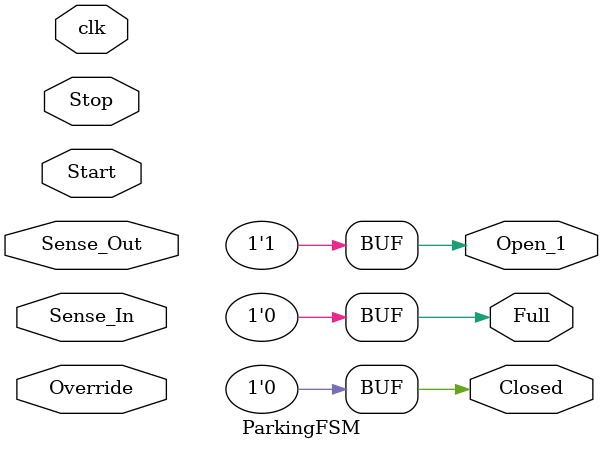
<source format=v>

module ParkingFSM ( Sense_In, Sense_Out, Override, Start, Stop, clk, Open_1, 
        Full, Closed );
  input Sense_In, Sense_Out, Override, Start, Stop, clk;
  output Open_1, Full, Closed;

  assign Closed = 1'b0;
  assign Full = 1'b0;
  assign Open_1 = 1'b1;

endmodule


</source>
